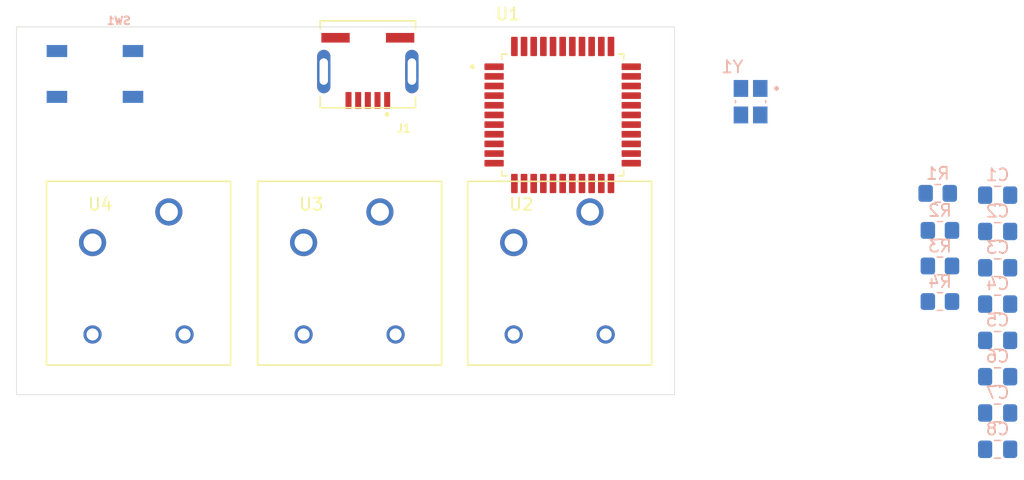
<source format=kicad_pcb>
(kicad_pcb (version 20240108) (generator "pcbnew") (generator_version "8.0")
  (layers (0 "F.Cu" signal) (31 "B.Cu" signal) (34 "B.Paste" user) (35 "F.Paste" user) (36 "B.SilkS" user "B.Silkscreen") (37 "F.SilkS" user "F.Silkscreen") (38 "B.Mask" user) (39 "F.Mask" user) (44 "Edge.Cuts" user))
  (net 0 "")
  (net 1 "xtal2")
  (net 2 "GND")
  (net 3 "xtal1")
  (net 4 "VCC")
  (net 5 "Net-(U1-UCAP)")
  (net 6 "D-")
  (net 7 "D+")
  (net 9 "resetn")
  (net 10 "Net-(U1-PE2(~{HWB}))")
  (net 11 "Net-(U1-D-)")
  (net 12 "Net-(U1-D+)")
  (net 17 "s2")
  (net 20 "s1")
  (net 26 "s3")
  (footprint "MX1A-11NN:CHERRY_MX1A-11NN_SWITCH" (layer "F.Cu") (at 68.89 60.82)
    (property "Reference" "U3" (at -3.175 -5.715 0) (layer "F.SilkS"))
    (property "Value" "MX1A-11NN")
    (fp_line (start -7.62 -7.62) (end 7.62 -7.62) (stroke (width 0.127)) (layer "F.SilkS"))
    (fp_line (start -7.62 7.62) (end -7.62 -7.62) (stroke (width 0.127)) (layer "F.SilkS"))
    (fp_line (start 7.62 -7.62) (end 7.62 7.62) (stroke (width 0.127)) (layer "F.SilkS"))
    (fp_line (start 7.62 7.62) (end -7.62 7.62) (stroke (width 0.127)) (layer "F.SilkS"))
    (pad "" np_thru_hole circle (at -5 0) (size 1.7 1.7) (drill 1.7) (layers "*.Cu" "*.Mask"))
    (pad "" np_thru_hole circle (at 0 0) (size 3.9878 3.9878) (drill 3.9878) (layers "*.Cu" "*.Mask"))
    (pad "" np_thru_hole circle (at 5 0) (size 1.7 1.7) (drill 1.7) (layers "*.Cu" "*.Mask"))
    (pad "BR1" thru_hole circle (at -3.81 5.08) (size 1.508 1.508) (drill 1) (layers "*.Cu" "*.Mask"))
    (pad "BR2" thru_hole circle (at 3.81 5.08) (size 1.508 1.508) (drill 1) (layers "*.Cu" "*.Mask"))
    (pad "P$1" thru_hole circle (at 2.51 -5.08) (size 2.25 2.25) (drill 1.5) (layers "*.Cu" "*.Mask") (net 17 "s2"))
    (pad "P$2" thru_hole circle (at -3.81 -2.54) (size 2.25 2.25) (drill 1.5) (layers "*.Cu" "*.Mask") (net 2 "GND"))
  )
  (footprint "MX1A-11NN:CHERRY_MX1A-11NN_SWITCH" (layer "F.Cu") (at 51.41 60.82)
    (property "Reference" "U4" (at -3.175 -5.715 0) (layer "F.SilkS"))
    (property "Value" "MX1A-11NN")
    (fp_line (start -7.62 -7.62) (end 7.62 -7.62) (stroke (width 0.127)) (layer "F.SilkS"))
    (fp_line (start -7.62 7.62) (end -7.62 -7.62) (stroke (width 0.127)) (layer "F.SilkS"))
    (fp_line (start 7.62 -7.62) (end 7.62 7.62) (stroke (width 0.127)) (layer "F.SilkS"))
    (fp_line (start 7.62 7.62) (end -7.62 7.62) (stroke (width 0.127)) (layer "F.SilkS"))
    (pad "" np_thru_hole circle (at -5 0) (size 1.7 1.7) (drill 1.7) (layers "*.Cu" "*.Mask"))
    (pad "" np_thru_hole circle (at 0 0) (size 3.9878 3.9878) (drill 3.9878) (layers "*.Cu" "*.Mask"))
    (pad "" np_thru_hole circle (at 5 0) (size 1.7 1.7) (drill 1.7) (layers "*.Cu" "*.Mask"))
    (pad "BR1" thru_hole circle (at -3.81 5.08) (size 1.508 1.508) (drill 1) (layers "*.Cu" "*.Mask"))
    (pad "BR2" thru_hole circle (at 3.81 5.08) (size 1.508 1.508) (drill 1) (layers "*.Cu" "*.Mask"))
    (pad "P$1" thru_hole circle (at 2.51 -5.08) (size 2.25 2.25) (drill 1.5) (layers "*.Cu" "*.Mask") (net 26 "s3"))
    (pad "P$2" thru_hole circle (at -3.81 -2.54) (size 2.25 2.25) (drill 1.5) (layers "*.Cu" "*.Mask") (net 2 "GND"))
  )
  (footprint "MX1A-11NN:CHERRY_MX1A-11NN_SWITCH" (layer "F.Cu") (at 86.29 60.82)
    (property "Reference" "U2" (at -3.175 -5.715 360) (layer "F.SilkS"))
    (property "Value" "MX1A-11NN")
    (fp_line (start -7.62 -7.62) (end 7.62 -7.62) (stroke (width 0.127)) (layer "F.SilkS"))
    (fp_line (start -7.62 7.62) (end -7.62 -7.62) (stroke (width 0.127)) (layer "F.SilkS"))
    (fp_line (start 7.62 -7.62) (end 7.62 7.62) (stroke (width 0.127)) (layer "F.SilkS"))
    (fp_line (start 7.62 7.62) (end -7.62 7.62) (stroke (width 0.127)) (layer "F.SilkS"))
    (pad "" np_thru_hole circle (at -5 0) (size 1.7 1.7) (drill 1.7) (layers "*.Cu" "*.Mask"))
    (pad "" np_thru_hole circle (at 0 0) (size 3.9878 3.9878) (drill 3.9878) (layers "*.Cu" "*.Mask"))
    (pad "" np_thru_hole circle (at 5 0) (size 1.7 1.7) (drill 1.7) (layers "*.Cu" "*.Mask"))
    (pad "BR1" thru_hole circle (at -3.81 5.08) (size 1.508 1.508) (drill 1) (layers "*.Cu" "*.Mask"))
    (pad "BR2" thru_hole circle (at 3.81 5.08) (size 1.508 1.508) (drill 1) (layers "*.Cu" "*.Mask"))
    (pad "P$1" thru_hole circle (at 2.51 -5.08) (size 2.25 2.25) (drill 1.5) (layers "*.Cu" "*.Mask") (net 20 "s1"))
    (pad "P$2" thru_hole circle (at -3.81 -2.54) (size 2.25 2.25) (drill 1.5) (layers "*.Cu" "*.Mask") (net 2 "GND"))
  )
  (footprint "UX60SC-MB-5S8:HIROSE_UX60SC-MB-5S8" (layer "F.Cu") (at 70.4 40.4 180)
    (property "Reference" "J1" (at -2.968 -8.4064 180) (layer "F.SilkS") (effects (font (size 0.64 0.64))))
    (property "Value" "UX60SC-MB-5S8")
    (fp_poly (pts (xy 3.1 -2.45) (xy 3.1 -4.95) (xy 3.101 -4.979) (xy 3.103 -5.007) (xy 3.107 -5.036) (xy 3.112 -5.064) (xy 3.119 -5.092) (xy 3.127 -5.12) (xy 3.137 -5.147) (xy 3.148 -5.174) (xy 3.16 -5.2) (xy 3.174 -5.225) (xy 3.189 -5.25) (xy 3.205 -5.273) (xy 3.223 -5.296) (xy 3.241 -5.318) (xy 3.261 -5.339) (xy 3.282 -5.359) (xy 3.304 -5.377) (xy 3.327 -5.395) (xy 3.35 -5.411) (xy 3.375 -5.426) (xy 3.4 -5.44) (xy 3.426 -5.452) (xy 3.453 -5.463) (xy 3.48 -5.473) (xy 3.508 -5.481) (xy 3.536 -5.488) (xy 3.564 -5.493) (xy 3.593 -5.497) (xy 3.621 -5.499) (xy 3.65 -5.5) (xy 3.679 -5.499) (xy 3.707 -5.497) (xy 3.736 -5.493) (xy 3.764 -5.488) (xy 3.792 -5.481) (xy 3.82 -5.473) (xy 3.847 -5.463) (xy 3.874 -5.452) (xy 3.9 -5.44) (xy 3.925 -5.426) (xy 3.95 -5.411) (xy 3.973 -5.395) (xy 3.996 -5.377) (xy 4.018 -5.359) (xy 4.039 -5.339) (xy 4.059 -5.318) (xy 4.077 -5.296) (xy 4.095 -5.273) (xy 4.111 -5.25) (xy 4.126 -5.225) (xy 4.14 -5.2) (xy 4.152 -5.174) (xy 4.163 -5.147) (xy 4.173 -5.12) (xy 4.181 -5.092) (xy 4.188 -5.064) (xy 4.193 -5.036) (xy 4.197 -5.007) (xy 4.199 -4.979) (xy 4.2 -4.95) (xy 4.2 -2.45) (xy 4.199 -2.421) (xy 4.197 -2.393) (xy 4.193 -2.364) (xy 4.188 -2.336) (xy 4.181 -2.308) (xy 4.173 -2.28) (xy 4.163 -2.253) (xy 4.152 -2.226) (xy 4.14 -2.2) (xy 4.126 -2.175) (xy 4.111 -2.15) (xy 4.095 -2.127) (xy 4.077 -2.104) (xy 4.059 -2.082) (xy 4.039 -2.061) (xy 4.018 -2.041) (xy 3.996 -2.023) (xy 3.973 -2.005) (xy 3.95 -1.989) (xy 3.925 -1.974) (xy 3.9 -1.96) (xy 3.874 -1.948) (xy 3.847 -1.937) (xy 3.82 -1.927) (xy 3.792 -1.919) (xy 3.764 -1.912) (xy 3.736 -1.907) (xy 3.707 -1.903) (xy 3.679 -1.901) (xy 3.65 -1.9) (xy 3.621 -1.901) (xy 3.593 -1.903) (xy 3.564 -1.907) (xy 3.536 -1.912) (xy 3.508 -1.919) (xy 3.48 -1.927) (xy 3.453 -1.937) (xy 3.426 -1.948) (xy 3.4 -1.96) (xy 3.375 -1.974) (xy 3.35 -1.989) (xy 3.327 -2.005) (xy 3.304 -2.023) (xy 3.282 -2.041) (xy 3.261 -2.061) (xy 3.241 -2.082) (xy 3.223 -2.104) (xy 3.205 -2.127) (xy 3.189 -2.15) (xy 3.174 -2.175) (xy 3.16 -2.2) (xy 3.148 -2.226) (xy 3.137 -2.253) (xy 3.127 -2.28) (xy 3.119 -2.308) (xy 3.112 -2.336) (xy 3.107 -2.364) (xy 3.103 -2.393) (xy 3.101 -2.421) (xy 3.1 -2.45)) (stroke (width 0.0001)) (fill solid) (layer "F.Cu"))
    (fp_poly (pts (xy -4.2 -2.45) (xy -4.2 -4.95) (xy -4.199 -4.979) (xy -4.197 -5.007) (xy -4.193 -5.036) (xy -4.188 -5.064) (xy -4.181 -5.092) (xy -4.173 -5.12) (xy -4.163 -5.147) (xy -4.152 -5.174) (xy -4.14 -5.2) (xy -4.126 -5.225) (xy -4.111 -5.25) (xy -4.095 -5.273) (xy -4.077 -5.296) (xy -4.059 -5.318) (xy -4.039 -5.339) (xy -4.018 -5.359) (xy -3.996 -5.377) (xy -3.973 -5.395) (xy -3.95 -5.411) (xy -3.925 -5.426) (xy -3.9 -5.44) (xy -3.874 -5.452) (xy -3.847 -5.463) (xy -3.82 -5.473) (xy -3.792 -5.481) (xy -3.764 -5.488) (xy -3.736 -5.493) (xy -3.707 -5.497) (xy -3.679 -5.499) (xy -3.65 -5.5) (xy -3.621 -5.499) (xy -3.593 -5.497) (xy -3.564 -5.493) (xy -3.536 -5.488) (xy -3.508 -5.481) (xy -3.48 -5.473) (xy -3.453 -5.463) (xy -3.426 -5.452) (xy -3.4 -5.44) (xy -3.375 -5.426) (xy -3.35 -5.411) (xy -3.327 -5.395) (xy -3.304 -5.377) (xy -3.282 -5.359) (xy -3.261 -5.339) (xy -3.241 -5.318) (xy -3.223 -5.296) (xy -3.205 -5.273) (xy -3.189 -5.25) (xy -3.174 -5.225) (xy -3.16 -5.2) (xy -3.148 -5.174) (xy -3.137 -5.147) (xy -3.127 -5.12) (xy -3.119 -5.092) (xy -3.112 -5.064) (xy -3.107 -5.036) (xy -3.103 -5.007) (xy -3.101 -4.979) (xy -3.1 -4.95) (xy -3.1 -2.45) (xy -3.101 -2.421) (xy -3.103 -2.393) (xy -3.107 -2.364) (xy -3.112 -2.336) (xy -3.119 -2.308) (xy -3.127 -2.28) (xy -3.137 -2.253) (xy -3.148 -2.226) (xy -3.16 -2.2) (xy -3.174 -2.175) (xy -3.189 -2.15) (xy -3.205 -2.127) (xy -3.223 -2.104) (xy -3.241 -2.082) (xy -3.261 -2.061) (xy -3.282 -2.041) (xy -3.304 -2.023) (xy -3.327 -2.005) (xy -3.35 -1.989) (xy -3.375 -1.974) (xy -3.4 -1.96) (xy -3.426 -1.948) (xy -3.453 -1.937) (xy -3.48 -1.927) (xy -3.508 -1.919) (xy -3.536 -1.912) (xy -3.564 -1.907) (xy -3.593 -1.903) (xy -3.621 -1.901) (xy -3.65 -1.9) (xy -3.679 -1.901) (xy -3.707 -1.903) (xy -3.736 -1.907) (xy -3.764 -1.912) (xy -3.792 -1.919) (xy -3.82 -1.927) (xy -3.847 -1.937) (xy -3.874 -1.948) (xy -3.9 -1.96) (xy -3.925 -1.974) (xy -3.95 -1.989) (xy -3.973 -2.005) (xy -3.996 -2.023) (xy -4.018 -2.041) (xy -4.039 -2.061) (xy -4.059 -2.082) (xy -4.077 -2.104) (xy -4.095 -2.127) (xy -4.111 -2.15) (xy -4.126 -2.175) (xy -4.14 -2.2) (xy -4.152 -2.226) (xy -4.163 -2.253) (xy -4.173 -2.28) (xy -4.181 -2.308) (xy -4.188 -2.336) (xy -4.193 -2.364) (xy -4.197 -2.393) (xy -4.199 -2.421) (xy -4.2 -2.45)) (stroke (width 0.0001)) (fill solid) (layer "F.Cu"))
    (fp_poly (pts (xy 3.1 -2.45) (xy 3.1 -4.95) (xy 3.101 -4.979) (xy 3.103 -5.007) (xy 3.107 -5.036) (xy 3.112 -5.064) (xy 3.119 -5.092) (xy 3.127 -5.12) (xy 3.137 -5.147) (xy 3.148 -5.174) (xy 3.16 -5.2) (xy 3.174 -5.225) (xy 3.189 -5.25) (xy 3.205 -5.273) (xy 3.223 -5.296) (xy 3.241 -5.318) (xy 3.261 -5.339) (xy 3.282 -5.359) (xy 3.304 -5.377) (xy 3.327 -5.395) (xy 3.35 -5.411) (xy 3.375 -5.426) (xy 3.4 -5.44) (xy 3.426 -5.452) (xy 3.453 -5.463) (xy 3.48 -5.473) (xy 3.508 -5.481) (xy 3.536 -5.488) (xy 3.564 -5.493) (xy 3.593 -5.497) (xy 3.621 -5.499) (xy 3.65 -5.5) (xy 3.679 -5.499) (xy 3.707 -5.497) (xy 3.736 -5.493) (xy 3.764 -5.488) (xy 3.792 -5.481) (xy 3.82 -5.473) (xy 3.847 -5.463) (xy 3.874 -5.452) (xy 3.9 -5.44) (xy 3.925 -5.426) (xy 3.95 -5.411) (xy 3.973 -5.395) (xy 3.996 -5.377) (xy 4.018 -5.359) (xy 4.039 -5.339) (xy 4.059 -5.318) (xy 4.077 -5.296) (xy 4.095 -5.273) (xy 4.111 -5.25) (xy 4.126 -5.225) (xy 4.14 -5.2) (xy 4.152 -5.174) (xy 4.163 -5.147) (xy 4.173 -5.12) (xy 4.181 -5.092) (xy 4.188 -5.064) (xy 4.193 -5.036) (xy 4.197 -5.007) (xy 4.199 -4.979) (xy 4.2 -4.95) (xy 4.2 -2.45) (xy 4.199 -2.421) (xy 4.197 -2.393) (xy 4.193 -2.364) (xy 4.188 -2.336) (xy 4.181 -2.308) (xy 4.173 -2.28) (xy 4.163 -2.253) (xy 4.152 -2.226) (xy 4.14 -2.2) (xy 4.126 -2.175) (xy 4.111 -2.15) (xy 4.095 -2.127) (xy 4.077 -2.104) (xy 4.059 -2.082) (xy 4.039 -2.061) (xy 4.018 -2.041) (xy 3.996 -2.023) (xy 3.973 -2.005) (xy 3.95 -1.989) (xy 3.925 -1.974) (xy 3.9 -1.96) (xy 3.874 -1.948) (xy 3.847 -1.937) (xy 3.82 -1.927) (xy 3.792 -1.919) (xy 3.764 -1.912) (xy 3.736 -1.907) (xy 3.707 -1.903) (xy 3.679 -1.901) (xy 3.65 -1.9) (xy 3.621 -1.901) (xy 3.593 -1.903) (xy 3.564 -1.907) (xy 3.536 -1.912) (xy 3.508 -1.919) (xy 3.48 -1.927) (xy 3.453 -1.937) (xy 3.426 -1.948) (xy 3.4 -1.96) (xy 3.375 -1.974) (xy 3.35 -1.989) (xy 3.327 -2.005) (xy 3.304 -2.023) (xy 3.282 -2.041) (xy 3.261 -2.061) (xy 3.241 -2.082) (xy 3.223 -2.104) (xy 3.205 -2.127) (xy 3.189 -2.15) (xy 3.174 -2.175) (xy 3.16 -2.2) (xy 3.148 -2.226) (xy 3.137 -2.253) (xy 3.127 -2.28) (xy 3.119 -2.308) (xy 3.112 -2.336) (xy 3.107 -2.364) (xy 3.103 -2.393) (xy 3.101 -2.421) (xy 3.1 -2.45)) (stroke (width 0.0001)) (fill solid) (layer "B.Cu"))
    (fp_poly (pts (xy -4.2 -2.45) (xy -4.2 -4.95) (xy -4.199 -4.979) (xy -4.197 -5.007) (xy -4.193 -5.036) (xy -4.188 -5.064) (xy -4.181 -5.092) (xy -4.173 -5.12) (xy -4.163 -5.147) (xy -4.152 -5.174) (xy -4.14 -5.2) (xy -4.126 -5.225) (xy -4.111 -5.25) (xy -4.095 -5.273) (xy -4.077 -5.296) (xy -4.059 -5.318) (xy -4.039 -5.339) (xy -4.018 -5.359) (xy -3.996 -5.377) (xy -3.973 -5.395) (xy -3.95 -5.411) (xy -3.925 -5.426) (xy -3.9 -5.44) (xy -3.874 -5.452) (xy -3.847 -5.463) (xy -3.82 -5.473) (xy -3.792 -5.481) (xy -3.764 -5.488) (xy -3.736 -5.493) (xy -3.707 -5.497) (xy -3.679 -5.499) (xy -3.65 -5.5) (xy -3.621 -5.499) (xy -3.593 -5.497) (xy -3.564 -5.493) (xy -3.536 -5.488) (xy -3.508 -5.481) (xy -3.48 -5.473) (xy -3.453 -5.463) (xy -3.426 -5.452) (xy -3.4 -5.44) (xy -3.375 -5.426) (xy -3.35 -5.411) (xy -3.327 -5.395) (xy -3.304 -5.377) (xy -3.282 -5.359) (xy -3.261 -5.339) (xy -3.241 -5.318) (xy -3.223 -5.296) (xy -3.205 -5.273) (xy -3.189 -5.25) (xy -3.174 -5.225) (xy -3.16 -5.2) (xy -3.148 -5.174) (xy -3.137 -5.147) (xy -3.127 -5.12) (xy -3.119 -5.092) (xy -3.112 -5.064) (xy -3.107 -5.036) (xy -3.103 -5.007) (xy -3.101 -4.979) (xy -3.1 -4.95) (xy -3.1 -2.45) (xy -3.101 -2.421) (xy -3.103 -2.393) (xy -3.107 -2.364) (xy -3.112 -2.336) (xy -3.119 -2.308) (xy -3.127 -2.28) (xy -3.137 -2.253) (xy -3.148 -2.226) (xy -3.16 -2.2) (xy -3.174 -2.175) (xy -3.189 -2.15) (xy -3.205 -2.127) (xy -3.223 -2.104) (xy -3.241 -2.082) (xy -3.261 -2.061) (xy -3.282 -2.041) (xy -3.304 -2.023) (xy -3.327 -2.005) (xy -3.35 -1.989) (xy -3.375 -1.974) (xy -3.4 -1.96) (xy -3.426 -1.948) (xy -3.453 -1.937) (xy -3.48 -1.927) (xy -3.508 -1.919) (xy -3.536 -1.912) (xy -3.564 -1.907) (xy -3.593 -1.903) (xy -3.621 -1.901) (xy -3.65 -1.9) (xy -3.679 -1.901) (xy -3.707 -1.903) (xy -3.736 -1.907) (xy -3.764 -1.912) (xy -3.792 -1.919) (xy -3.82 -1.927) (xy -3.847 -1.937) (xy -3.874 -1.948) (xy -3.9 -1.96) (xy -3.925 -1.974) (xy -3.95 -1.989) (xy -3.973 -2.005) (xy -3.996 -2.023) (xy -4.018 -2.041) (xy -4.039 -2.061) (xy -4.059 -2.082) (xy -4.077 -2.104) (xy -4.095 -2.127) (xy -4.111 -2.15) (xy -4.126 -2.175) (xy -4.14 -2.2) (xy -4.152 -2.226) (xy -4.163 -2.253) (xy -4.173 -2.28) (xy -4.181 -2.308) (xy -4.188 -2.336) (xy -4.193 -2.364) (xy -4.197 -2.393) (xy -4.199 -2.421) (xy -4.2 -2.45)) (stroke (width 0.0001)) (fill solid) (layer "B.Cu"))
    (fp_line (start 3.95 0.5) (end -3.95 0.5) (stroke (width 0.127)) (layer "F.SilkS"))
    (fp_line (start 3.95 -0.18) (end 3.95 0.5) (stroke (width 0.127)) (layer "F.SilkS"))
    (fp_line (start 3.95 -6.7) (end 3.95 -5.82) (stroke (width 0.127)) (layer "F.SilkS"))
    (fp_line (start -3.95 0.5) (end -3.95 -0.18) (stroke (width 0.127)) (layer "F.SilkS"))
    (fp_line (start -3.95 -5.82) (end -3.95 -6.7) (stroke (width 0.127)) (layer "F.SilkS"))
    (fp_line (start -3.95 -6.7) (end 3.95 -6.7) (stroke (width 0.127)) (layer "F.SilkS"))
    (fp_circle (center -1.6 -7.25) (end -1.5 -7.25) (stroke (width 0.2)) (fill none) (layer "F.SilkS"))
    (pad "1" smd rect (at -1.6 -6.1 180) (size 0.5 1.4) (layers "F.Cu" "F.Paste" "F.Mask") (net 4 "VCC"))
    (pad "2" smd rect (at -0.8 -6.1 180) (size 0.5 1.4) (layers "F.Cu" "F.Paste" "F.Mask") (net 6 "D-"))
    (pad "3" smd rect (at 0 -6.1 180) (size 0.5 1.4) (layers "F.Cu" "F.Paste" "F.Mask") (net 7 "D+"))
    (pad "4" smd rect (at 0.8 -6.1 180) (size 0.5 1.4) (layers "F.Cu" "F.Paste" "F.Mask"))
    (pad "5" smd rect (at 1.6 -6.1 180) (size 0.5 1.4) (layers "F.Cu" "F.Paste" "F.Mask") (net 2 "GND"))
    (pad "S1" thru_hole oval (at -3.65 -3.7 180) (size 1.1 2.2) (drill oval 0.7 3.2) (layers "*.Cu" "*.Mask") (net 2 "GND"))
    (pad "S2" thru_hole oval (at 3.65 -3.7 180) (size 1.1 2.2) (drill oval 0.7 3.2) (layers "*.Cu" "*.Mask") (net 2 "GND"))
    (pad "S3" smd rect (at -2.675 -0.9 180) (size 2.35 0.8) (layers "F.Cu" "F.Paste" "F.Mask") (net 2 "GND"))
    (pad "S4" smd rect (at 2.675 -0.9 180) (size 2.35 0.8) (layers "F.Cu" "F.Paste" "F.Mask") (net 2 "GND"))
  )
  (footprint "ATMEGA32U4-AUR:QFP80P1200X1200X120-44N" (layer "F.Cu") (at 86.5375 47.7)
    (property "Reference" "U1" (at -4.55 -8.365 360) (layer "F.SilkS"))
    (property "Value" "ATMEGA32U4-AUR")
    (fp_line (start -5.05 -5.05) (end -5.05 -4.595) (stroke (width 0.127)) (layer "F.SilkS"))
    (fp_line (start -5.05 -5.05) (end -4.595 -5.05) (stroke (width 0.127)) (layer "F.SilkS"))
    (fp_line (start -5.05 5.05) (end -5.05 4.595) (stroke (width 0.127)) (layer "F.SilkS"))
    (fp_line (start -5.05 5.05) (end -4.595 5.05) (stroke (width 0.127)) (layer "F.SilkS"))
    (fp_line (start 5.05 -5.05) (end 4.595 -5.05) (stroke (width 0.127)) (layer "F.SilkS"))
    (fp_line (start 5.05 -5.05) (end 5.05 -4.595) (stroke (width 0.127)) (layer "F.SilkS"))
    (fp_line (start 5.05 5.05) (end 4.595 5.05) (stroke (width 0.127)) (layer "F.SilkS"))
    (fp_line (start 5.05 5.05) (end 5.05 4.595) (stroke (width 0.127)) (layer "F.SilkS"))
    (fp_circle (center -7.48 -4) (end -7.38 -4) (stroke (width 0.2)) (fill none) (layer "F.SilkS"))
    (pad "1" smd roundrect (at -5.68 -4) (size 1.6 0.55) (layers "F.Cu" "F.Paste" "F.Mask") (roundrect_rratio 0.125))
    (pad "2" smd roundrect (at -5.68 -3.2) (size 1.6 0.55) (layers "F.Cu" "F.Paste" "F.Mask") (roundrect_rratio 0.125) (net 4 "VCC"))
    (pad "3" smd roundrect (at -5.68 -2.4) (size 1.6 0.55) (layers "F.Cu" "F.Paste" "F.Mask") (roundrect_rratio 0.125) (net 11 "Net-(U1-D-)"))
    (pad "4" smd roundrect (at -5.68 -1.6) (size 1.6 0.55) (layers "F.Cu" "F.Paste" "F.Mask") (roundrect_rratio 0.125) (net 12 "Net-(U1-D+)"))
    (pad "5" smd roundrect (at -5.68 -0.8) (size 1.6 0.55) (layers "F.Cu" "F.Paste" "F.Mask") (roundrect_rratio 0.125) (net 2 "GND"))
    (pad "6" smd roundrect (at -5.68 0) (size 1.6 0.55) (layers "F.Cu" "F.Paste" "F.Mask") (roundrect_rratio 0.125) (net 5 "Net-(U1-UCAP)"))
    (pad "7" smd roundrect (at -5.68 0.8) (size 1.6 0.55) (layers "F.Cu" "F.Paste" "F.Mask") (roundrect_rratio 0.125) (net 4 "VCC"))
    (pad "8" smd roundrect (at -5.68 1.6) (size 1.6 0.55) (layers "F.Cu" "F.Paste" "F.Mask") (roundrect_rratio 0.125))
    (pad "9" smd roundrect (at -5.68 2.4) (size 1.6 0.55) (layers "F.Cu" "F.Paste" "F.Mask") (roundrect_rratio 0.125))
    (pad "10" smd roundrect (at -5.68 3.2) (size 1.6 0.55) (layers "F.Cu" "F.Paste" "F.Mask") (roundrect_rratio 0.125))
    (pad "11" smd roundrect (at -5.68 4) (size 1.6 0.55) (layers "F.Cu" "F.Paste" "F.Mask") (roundrect_rratio 0.125))
    (pad "12" smd roundrect (at -4 5.68) (size 0.55 1.6) (layers "F.Cu" "F.Paste" "F.Mask") (roundrect_rratio 0.125))
    (pad "13" smd roundrect (at -3.2 5.68) (size 0.55 1.6) (layers "F.Cu" "F.Paste" "F.Mask") (roundrect_rratio 0.125) (net 9 "resetn"))
    (pad "14" smd roundrect (at -2.4 5.68) (size 0.55 1.6) (layers "F.Cu" "F.Paste" "F.Mask") (roundrect_rratio 0.125) (net 4 "VCC"))
    (pad "15" smd roundrect (at -1.6 5.68) (size 0.55 1.6) (layers "F.Cu" "F.Paste" "F.Mask") (roundrect_rratio 0.125) (net 2 "GND"))
    (pad "16" smd roundrect (at -0.8 5.68) (size 0.55 1.6) (layers "F.Cu" "F.Paste" "F.Mask") (roundrect_rratio 0.125) (net 1 "xtal2"))
    (pad "17" smd roundrect (at 0 5.68) (size 0.55 1.6) (layers "F.Cu" "F.Paste" "F.Mask") (roundrect_rratio 0.125) (net 3 "xtal1"))
    (pad "18" smd roundrect (at 0.8 5.68) (size 0.55 1.6) (layers "F.Cu" "F.Paste" "F.Mask") (roundrect_rratio 0.125))
    (pad "19" smd roundrect (at 1.6 5.68) (size 0.55 1.6) (layers "F.Cu" "F.Paste" "F.Mask") (roundrect_rratio 0.125))
    (pad "20" smd roundrect (at 2.4 5.68) (size 0.55 1.6) (layers "F.Cu" "F.Paste" "F.Mask") (roundrect_rratio 0.125))
    (pad "21" smd roundrect (at 3.2 5.68) (size 0.55 1.6) (layers "F.Cu" "F.Paste" "F.Mask") (roundrect_rratio 0.125))
    (pad "22" smd roundrect (at 4 5.68) (size 0.55 1.6) (layers "F.Cu" "F.Paste" "F.Mask") (roundrect_rratio 0.125))
    (pad "23" smd roundrect (at 5.68 4) (size 1.6 0.55) (layers "F.Cu" "F.Paste" "F.Mask") (roundrect_rratio 0.125) (net 2 "GND"))
    (pad "24" smd roundrect (at 5.68 3.2) (size 1.6 0.55) (layers "F.Cu" "F.Paste" "F.Mask") (roundrect_rratio 0.125) (net 4 "VCC"))
    (pad "25" smd roundrect (at 5.68 2.4) (size 1.6 0.55) (layers "F.Cu" "F.Paste" "F.Mask") (roundrect_rratio 0.125))
    (pad "26" smd roundrect (at 5.68 1.6) (size 1.6 0.55) (layers "F.Cu" "F.Paste" "F.Mask") (roundrect_rratio 0.125))
    (pad "27" smd roundrect (at 5.68 0.8) (size 1.6 0.55) (layers "F.Cu" "F.Paste" "F.Mask") (roundrect_rratio 0.125))
    (pad "28" smd roundrect (at 5.68 0) (size 1.6 0.55) (layers "F.Cu" "F.Paste" "F.Mask") (roundrect_rratio 0.125))
    (pad "29" smd roundrect (at 5.68 -0.8) (size 1.6 0.55) (layers "F.Cu" "F.Paste" "F.Mask") (roundrect_rratio 0.125))
    (pad "30" smd roundrect (at 5.68 -1.6) (size 1.6 0.55) (layers "F.Cu" "F.Paste" "F.Mask") (roundrect_rratio 0.125))
    (pad "31" smd roundrect (at 5.68 -2.4) (size 1.6 0.55) (layers "F.Cu" "F.Paste" "F.Mask") (roundrect_rratio 0.125))
    (pad "32" smd roundrect (at 5.68 -3.2) (size 1.6 0.55) (layers "F.Cu" "F.Paste" "F.Mask") (roundrect_rratio 0.125))
    (pad "33" smd roundrect (at 5.68 -4) (size 1.6 0.55) (layers "F.Cu" "F.Paste" "F.Mask") (roundrect_rratio 0.125) (net 10 "Net-(U1-PE2(~{HWB}))"))
    (pad "34" smd roundrect (at 4 -5.68) (size 0.55 1.6) (layers "F.Cu" "F.Paste" "F.Mask") (roundrect_rratio 0.125) (net 4 "VCC"))
    (pad "35" smd roundrect (at 3.2 -5.68) (size 0.55 1.6) (layers "F.Cu" "F.Paste" "F.Mask") (roundrect_rratio 0.125) (net 2 "GND"))
    (pad "36" smd roundrect (at 2.4 -5.68) (size 0.55 1.6) (layers "F.Cu" "F.Paste" "F.Mask") (roundrect_rratio 0.125))
    (pad "37" smd roundrect (at 1.6 -5.68) (size 0.55 1.6) (layers "F.Cu" "F.Paste" "F.Mask") (roundrect_rratio 0.125))
    (pad "38" smd roundrect (at 0.8 -5.68) (size 0.55 1.6) (layers "F.Cu" "F.Paste" "F.Mask") (roundrect_rratio 0.125))
    (pad "39" smd roundrect (at 0 -5.68) (size 0.55 1.6) (layers "F.Cu" "F.Paste" "F.Mask") (roundrect_rratio 0.125) (net 26 "s3"))
    (pad "40" smd roundrect (at -0.8 -5.68) (size 0.55 1.6) (layers "F.Cu" "F.Paste" "F.Mask") (roundrect_rratio 0.125) (net 17 "s2"))
    (pad "41" smd roundrect (at -1.6 -5.68) (size 0.55 1.6) (layers "F.Cu" "F.Paste" "F.Mask") (roundrect_rratio 0.125) (net 20 "s1"))
    (pad "42" smd roundrect (at -2.4 -5.68) (size 0.55 1.6) (layers "F.Cu" "F.Paste" "F.Mask") (roundrect_rratio 0.125))
    (pad "43" smd roundrect (at -3.2 -5.68) (size 0.55 1.6) (layers "F.Cu" "F.Paste" "F.Mask") (roundrect_rratio 0.125) (net 2 "GND"))
    (pad "44" smd roundrect (at -4 -5.68) (size 0.55 1.6) (layers "F.Cu" "F.Paste" "F.Mask") (roundrect_rratio 0.125) (net 4 "VCC"))
  )
  (footprint "Capacitor_SMD:C_0805_2012Metric_Pad1.18x1.45mm_HandSolder" (layer "B.Cu") (at 122.562 57.36 180)
    (property "Reference" "C2" (at 0 1.68 180) (layer "B.SilkS") (effects (justify mirror)))
    (property "Value" "22pF")
    (fp_line (start 0.261252 0.735) (end -0.261252 0.735) (stroke (width 0.12)) (layer "B.SilkS"))
    (fp_line (start 0.261252 -0.735) (end -0.261252 -0.735) (stroke (width 0.12)) (layer "B.SilkS"))
    (pad "1" smd roundrect (at -1.0375 0 180) (size 1.175 1.45) (layers "B.Cu" "B.Paste" "B.Mask") (roundrect_rratio 0.212766) (net 3 "xtal1"))
    (pad "2" smd roundrect (at 1.0375 0 180) (size 1.175 1.45) (layers "B.Cu" "B.Paste" "B.Mask") (roundrect_rratio 0.212766) (net 2 "GND"))
  )
  (footprint "Capacitor_SMD:C_0805_2012Metric_Pad1.18x1.45mm_HandSolder" (layer "B.Cu") (at 122.562 72.41 180)
    (property "Reference" "C7" (at 0 1.68 180) (layer "B.SilkS") (effects (justify mirror)))
    (property "Value" "4.7uF")
    (fp_line (start 0.261252 0.735) (end -0.261252 0.735) (stroke (width 0.12)) (layer "B.SilkS"))
    (fp_line (start 0.261252 -0.735) (end -0.261252 -0.735) (stroke (width 0.12)) (layer "B.SilkS"))
    (pad "1" smd roundrect (at -1.0375 0 180) (size 1.175 1.45) (layers "B.Cu" "B.Paste" "B.Mask") (roundrect_rratio 0.212766) (net 4 "VCC"))
    (pad "2" smd roundrect (at 1.0375 0 180) (size 1.175 1.45) (layers "B.Cu" "B.Paste" "B.Mask") (roundrect_rratio 0.212766) (net 2 "GND"))
  )
  (footprint "TL3342F160QG_TR:SW_TL3342F160QG_TR" (layer "B.Cu") (at 47.8 44.3 180)
    (property "Reference" "SW1" (at -1.970408 4.411787 180) (layer "B.SilkS") (effects (font (size 0.640782 0.640782)) (justify mirror)))
    (property "Value" "TL3342F160QG_TR")
    (pad "1" smd rect (at -3.15 -1.9 180) (size 1.7 1) (layers "B.Cu" "B.Paste" "B.Mask") (net 2 "GND"))
    (pad "2" smd rect (at 3.15 -1.9 180) (size 1.7 1) (layers "B.Cu" "B.Paste" "B.Mask") (net 2 "GND"))
    (pad "3" smd rect (at -3.15 1.9 180) (size 1.7 1) (layers "B.Cu" "B.Paste" "B.Mask") (net 9 "resetn"))
    (pad "4" smd rect (at 3.15 1.9 180) (size 1.7 1) (layers "B.Cu" "B.Paste" "B.Mask") (net 9 "resetn"))
  )
  (footprint "Resistor_SMD:R_0805_2012Metric_Pad1.20x1.40mm_HandSolder" (layer "B.Cu") (at 117.782 63.17 180)
    (property "Reference" "R4" (at 0 1.65 180) (layer "B.SilkS") (effects (justify mirror)))
    (property "Value" "22")
    (fp_line (start 0.227064 0.735) (end -0.227064 0.735) (stroke (width 0.12)) (layer "B.SilkS"))
    (fp_line (start 0.227064 -0.735) (end -0.227064 -0.735) (stroke (width 0.12)) (layer "B.SilkS"))
    (pad "1" smd roundrect (at -1 0 180) (size 1.2 1.4) (layers "B.Cu" "B.Paste" "B.Mask") (roundrect_rratio 0.208333) (net 7 "D+"))
    (pad "2" smd roundrect (at 1 0 180) (size 1.2 1.4) (layers "B.Cu" "B.Paste" "B.Mask") (roundrect_rratio 0.208333) (net 12 "Net-(U1-D+)"))
  )
  (footprint "Capacitor_SMD:C_0805_2012Metric_Pad1.18x1.45mm_HandSolder" (layer "B.Cu") (at 122.562 66.39 180)
    (property "Reference" "C5" (at 0 1.68 180) (layer "B.SilkS") (effects (justify mirror)))
    (property "Value" "0.1uF")
    (fp_line (start 0.261252 0.735) (end -0.261252 0.735) (stroke (width 0.12)) (layer "B.SilkS"))
    (fp_line (start 0.261252 -0.735) (end -0.261252 -0.735) (stroke (width 0.12)) (layer "B.SilkS"))
    (pad "1" smd roundrect (at -1.0375 0 180) (size 1.175 1.45) (layers "B.Cu" "B.Paste" "B.Mask") (roundrect_rratio 0.212766) (net 4 "VCC"))
    (pad "2" smd roundrect (at 1.0375 0 180) (size 1.175 1.45) (layers "B.Cu" "B.Paste" "B.Mask") (roundrect_rratio 0.212766) (net 2 "GND"))
  )
  (footprint "FA_238_16_0000MB_C3:XTAL_FA-238_16.0000MB-C3" (layer "B.Cu") (at 102.1 46.6 180)
    (property "Reference" "Y1" (at 1.525 2.885 180) (layer "B.SilkS") (effects (justify mirror)))
    (property "Value" "FA-238_16.0000MB-C3")
    (fp_line (start 1.25 -0.08) (end 1.25 0.08) (stroke (width 0.127)) (layer "B.SilkS"))
    (fp_line (start -1.25 -0.08) (end -1.25 0.08) (stroke (width 0.127)) (layer "B.SilkS"))
    (fp_circle (center -2.15 1.1) (end -2.05 1.1) (stroke (width 0.2)) (fill none) (layer "B.SilkS"))
    (pad "1" smd rect (at -0.8 1.1 180) (size 1.2 1.4) (layers "B.Cu" "B.Paste" "B.Mask") (net 3 "xtal1"))
    (pad "2" smd rect (at -0.8 -1.1 180) (size 1.2 1.4) (layers "B.Cu" "B.Paste" "B.Mask") (net 2 "GND"))
    (pad "3" smd rect (at 0.8 -1.1 180) (size 1.2 1.4) (layers "B.Cu" "B.Paste" "B.Mask") (net 1 "xtal2"))
    (pad "4" smd rect (at 0.8 1.1 180) (size 1.2 1.4) (layers "B.Cu" "B.Paste" "B.Mask") (net 2 "GND"))
  )
  (footprint "Capacitor_SMD:C_0805_2012Metric_Pad1.18x1.45mm_HandSolder" (layer "B.Cu") (at 122.562 69.4 180)
    (property "Reference" "C6" (at 0 1.68 180) (layer "B.SilkS") (effects (justify mirror)))
    (property "Value" "0.1uF")
    (fp_line (start 0.261252 0.735) (end -0.261252 0.735) (stroke (width 0.12)) (layer "B.SilkS"))
    (fp_line (start 0.261252 -0.735) (end -0.261252 -0.735) (stroke (width 0.12)) (layer "B.SilkS"))
    (pad "1" smd roundrect (at -1.0375 0 180) (size 1.175 1.45) (layers "B.Cu" "B.Paste" "B.Mask") (roundrect_rratio 0.212766) (net 4 "VCC"))
    (pad "2" smd roundrect (at 1.0375 0 180) (size 1.175 1.45) (layers "B.Cu" "B.Paste" "B.Mask") (roundrect_rratio 0.212766) (net 2 "GND"))
  )
  (footprint "Capacitor_SMD:C_0805_2012Metric_Pad1.18x1.45mm_HandSolder" (layer "B.Cu") (at 122.562 54.35 180)
    (property "Reference" "C1" (at 0 1.68 180) (layer "B.SilkS") (effects (justify mirror)))
    (property "Value" "22pF")
    (fp_line (start 0.261252 0.735) (end -0.261252 0.735) (stroke (width 0.12)) (layer "B.SilkS"))
    (fp_line (start 0.261252 -0.735) (end -0.261252 -0.735) (stroke (width 0.12)) (layer "B.SilkS"))
    (pad "1" smd roundrect (at -1.0375 0 180) (size 1.175 1.45) (layers "B.Cu" "B.Paste" "B.Mask") (roundrect_rratio 0.212766) (net 1 "xtal2"))
    (pad "2" smd roundrect (at 1.0375 0 180) (size 1.175 1.45) (layers "B.Cu" "B.Paste" "B.Mask") (roundrect_rratio 0.212766) (net 2 "GND"))
  )
  (footprint "Capacitor_SMD:C_0805_2012Metric_Pad1.18x1.45mm_HandSolder" (layer "B.Cu") (at 122.562 63.38 180)
    (property "Reference" "C4" (at 0 1.68 180) (layer "B.SilkS") (effects (justify mirror)))
    (property "Value" "0.1uF")
    (fp_line (start 0.261252 0.735) (end -0.261252 0.735) (stroke (width 0.12)) (layer "B.SilkS"))
    (fp_line (start 0.261252 -0.735) (end -0.261252 -0.735) (stroke (width 0.12)) (layer "B.SilkS"))
    (pad "1" smd roundrect (at -1.0375 0 180) (size 1.175 1.45) (layers "B.Cu" "B.Paste" "B.Mask") (roundrect_rratio 0.212766) (net 4 "VCC"))
    (pad "2" smd roundrect (at 1.0375 0 180) (size 1.175 1.45) (layers "B.Cu" "B.Paste" "B.Mask") (roundrect_rratio 0.212766) (net 2 "GND"))
  )
  (footprint "Resistor_SMD:R_0805_2012Metric_Pad1.20x1.40mm_HandSolder" (layer "B.Cu") (at 117.782 60.22 180)
    (property "Reference" "R3" (at 0 1.65 180) (layer "B.SilkS") (effects (justify mirror)))
    (property "Value" "22")
    (fp_line (start 0.227064 0.735) (end -0.227064 0.735) (stroke (width 0.12)) (layer "B.SilkS"))
    (fp_line (start 0.227064 -0.735) (end -0.227064 -0.735) (stroke (width 0.12)) (layer "B.SilkS"))
    (pad "1" smd roundrect (at -1 0 180) (size 1.2 1.4) (layers "B.Cu" "B.Paste" "B.Mask") (roundrect_rratio 0.208333) (net 11 "Net-(U1-D-)"))
    (pad "2" smd roundrect (at 1 0 180) (size 1.2 1.4) (layers "B.Cu" "B.Paste" "B.Mask") (roundrect_rratio 0.208333) (net 6 "D-"))
  )
  (footprint "Resistor_SMD:R_0805_2012Metric_Pad1.20x1.40mm_HandSolder" (layer "B.Cu") (at 117.6 54.2 180)
    (property "Reference" "R1" (at 0 1.65 180) (layer "B.SilkS") (effects (justify mirror)))
    (property "Value" "10k")
    (fp_line (start 0.227064 0.735) (end -0.227064 0.735) (stroke (width 0.12)) (layer "B.SilkS"))
    (fp_line (start 0.227064 -0.735) (end -0.227064 -0.735) (stroke (width 0.12)) (layer "B.SilkS"))
    (pad "1" smd roundrect (at -1 0 180) (size 1.2 1.4) (layers "B.Cu" "B.Paste" "B.Mask") (roundrect_rratio 0.208333) (net 4 "VCC"))
    (pad "2" smd roundrect (at 1 0 180) (size 1.2 1.4) (layers "B.Cu" "B.Paste" "B.Mask") (roundrect_rratio 0.208333) (net 9 "resetn"))
  )
  (footprint "Resistor_SMD:R_0805_2012Metric_Pad1.20x1.40mm_HandSolder" (layer "B.Cu") (at 117.782 57.27 180)
    (property "Reference" "R2" (at 0 1.65 180) (layer "B.SilkS") (effects (justify mirror)))
    (property "Value" "10k")
    (fp_line (start 0.227064 0.735) (end -0.227064 0.735) (stroke (width 0.12)) (layer "B.SilkS"))
    (fp_line (start 0.227064 -0.735) (end -0.227064 -0.735) (stroke (width 0.12)) (layer "B.SilkS"))
    (pad "1" smd roundrect (at -1 0 180) (size 1.2 1.4) (layers "B.Cu" "B.Paste" "B.Mask") (roundrect_rratio 0.208333) (net 10 "Net-(U1-PE2(~{HWB}))"))
    (pad "2" smd roundrect (at 1 0 180) (size 1.2 1.4) (layers "B.Cu" "B.Paste" "B.Mask") (roundrect_rratio 0.208333) (net 2 "GND"))
  )
  (footprint "Capacitor_SMD:C_0805_2012Metric_Pad1.18x1.45mm_HandSolder" (layer "B.Cu") (at 122.562 75.42 180)
    (property "Reference" "C8" (at 0 1.68 180) (layer "B.SilkS") (effects (justify mirror)))
    (property "Value" "1uF")
    (fp_line (start 0.261252 0.735) (end -0.261252 0.735) (stroke (width 0.12)) (layer "B.SilkS"))
    (fp_line (start 0.261252 -0.735) (end -0.261252 -0.735) (stroke (width 0.12)) (layer "B.SilkS"))
    (pad "1" smd roundrect (at -1.0375 0 180) (size 1.175 1.45) (layers "B.Cu" "B.Paste" "B.Mask") (roundrect_rratio 0.212766) (net 5 "Net-(U1-UCAP)"))
    (pad "2" smd roundrect (at 1.0375 0 180) (size 1.175 1.45) (layers "B.Cu" "B.Paste" "B.Mask") (roundrect_rratio 0.212766) (net 2 "GND"))
  )
  (footprint "Capacitor_SMD:C_0805_2012Metric_Pad1.18x1.45mm_HandSolder" (layer "B.Cu") (at 122.562 60.37 180)
    (property "Reference" "C3" (at 0 1.68 180) (layer "B.SilkS") (effects (justify mirror)))
    (property "Value" "0.1uF")
    (fp_line (start 0.261252 0.735) (end -0.261252 0.735) (stroke (width 0.12)) (layer "B.SilkS"))
    (fp_line (start 0.261252 -0.735) (end -0.261252 -0.735) (stroke (width 0.12)) (layer "B.SilkS"))
    (pad "1" smd roundrect (at -1.0375 0 180) (size 1.175 1.45) (layers "B.Cu" "B.Paste" "B.Mask") (roundrect_rratio 0.212766) (net 4 "VCC"))
    (pad "2" smd roundrect (at 1.0375 0 180) (size 1.175 1.45) (layers "B.Cu" "B.Paste" "B.Mask") (roundrect_rratio 0.212766) (net 2 "GND"))
  )
  (gr_rect (start 41.3 40.4) (end 95.8 70.9) (stroke (width 0.05)) (fill none) (layer "Edge.Cuts"))
)
</source>
